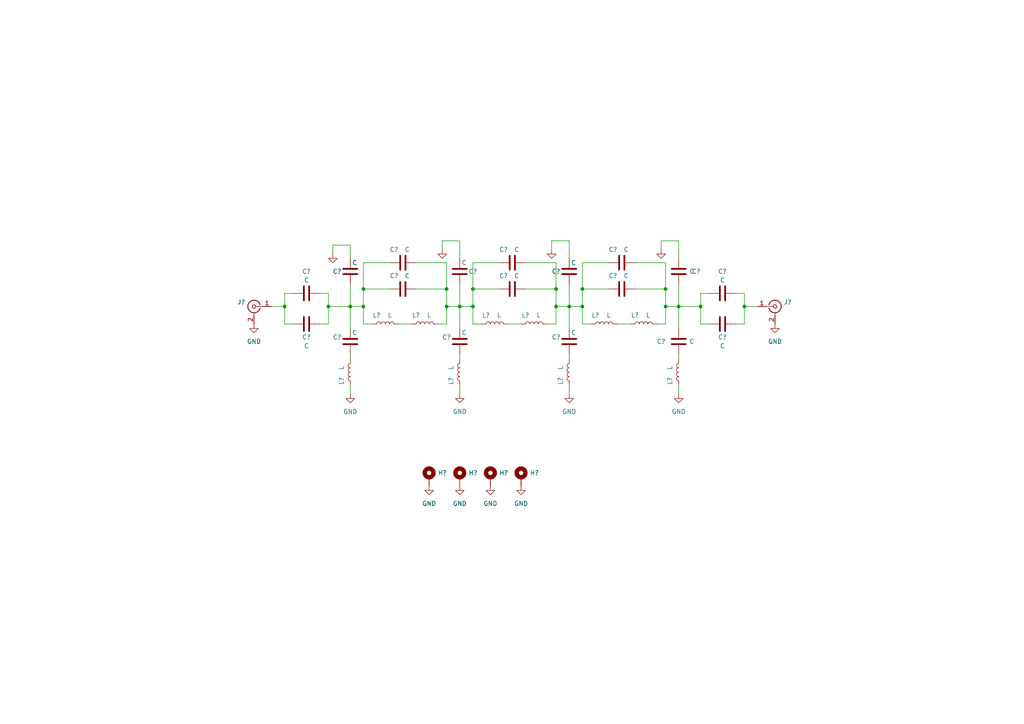
<source format=kicad_sch>
(kicad_sch (version 20230121) (generator eeschema)
  (paper "A4")
  (lib_symbols
    (symbol "Connector:Conn_Coaxial" (pin_names (offset 1.016) hide)
      (property "Reference" "J" (at 0.254 3.048 0))
      (property "Value" "Conn_Coaxial" (at 2.921 0 90))
      (symbol "Conn_Coaxial_0_1"
        (arc (start -1.778 -0.508) (mid 0.2311 -1.8066) (end 1.778 0) (stroke (width 0.254)))
        (polyline (pts (xy -2.54 0) (xy -0.508 0)))
        (polyline (pts (xy 0 -2.54) (xy 0 -1.778)))
        (circle (center 0 0) (radius 0.508) (stroke (width 0.2032)))
        (arc (start 1.778 0) (mid 0.2099 1.8101) (end -1.778 0.508) (stroke (width 0.254)))
      )
      (symbol "Conn_Coaxial_1_1"
        (pin passive line (at -5.08 0 0) (length 2.54) (name "In") (number "1"))
        (pin passive line (at 0 -5.08 90) (length 2.54) (name "Ext") (number "2"))
      )
    )
    (symbol "Device:C" (pin_numbers hide) (pin_names (offset 0.254))
      (property "Reference" "C" (at 0.635 2.54 0))
      (property "Value" "C" (at 0.635 -2.54 0))
      (symbol "C_0_1"
        (polyline (pts (xy -2.032 -0.762) (xy 2.032 -0.762)) (stroke (width 0.508)))
        (polyline (pts (xy -2.032 0.762) (xy 2.032 0.762)) (stroke (width 0.508)))
      )
      (symbol "C_1_1"
        (pin passive line (at 0 3.81 270) (length 2.794) (name "~") (number "1"))
        (pin passive line (at 0 -3.81 90) (length 2.794) (name "~") (number "2"))
      )
    )
    (symbol "Device:L" (pin_numbers hide) (pin_names (offset 1.016) hide)
      (property "Reference" "L" (at -1.27 0 90))
      (property "Value" "L" (at 1.905 0 90))
      (symbol "L_0_1"
        (arc (start 0 -2.54) (mid 0.6323 -1.905) (end 0 -1.27))
        (arc (start 0 -1.27) (mid 0.6323 -0.635) (end 0 0))
        (arc (start 0 0) (mid 0.6323 0.635) (end 0 1.27))
        (arc (start 0 1.27) (mid 0.6323 1.905) (end 0 2.54))
      )
      (symbol "L_1_1"
        (pin passive line (at 0 3.81 270) (length 1.27) (name "1") (number "1"))
        (pin passive line (at 0 -3.81 90) (length 1.27) (name "2") (number "2"))
      )
    )
    (symbol "Mechanical:MountingHole_Pad" (pin_numbers hide) (pin_names (offset 1.016) hide)
      (property "Reference" "H" (at 0 6.35 0))
      (property "Value" "MountingHole_Pad" (at 0 4.445 0))
      (symbol "MountingHole_Pad_0_1"
        (circle (center 0 1.27) (radius 1.27) (stroke (width 1.27)))
      )
      (symbol "MountingHole_Pad_1_1"
        (pin input line (at 0 -2.54 90) (length 2.54) (name "1") (number "1"))
      )
    )
    (symbol "power:GND" (power) (pin_names (offset 0))
      (property "Value" "GND" (at 0 -3.81 0))
      (symbol "GND_0_1"
        (polyline (pts (xy 0 0) (xy 0 -1.27) (xy 1.27 -1.27) (xy 0 -2.54) (xy -1.27 -1.27) (xy 0 -1.27)))
      )
      (symbol "GND_1_1"
        (pin power_in line (at 0 0 270) (length 0) hide (name "GND") (number "1"))
      )
    )
  )
  (junction (at 105.41 83.82))
  (junction (at 137.16 88.9))
  (junction (at 161.29 88.9))
  (junction (at 215.9 88.9))
  (junction (at 203.2 88.9))
  (junction (at 129.54 88.9))
  (junction (at 193.04 88.9))
  (junction (at 168.91 88.9))
  (junction (at 168.91 83.82))
  (junction (at 193.04 83.82))
  (junction (at 133.35 88.9))
  (junction (at 82.55 88.9))
  (junction (at 165.1 88.9))
  (junction (at 105.41 88.9))
  (junction (at 129.54 83.82))
  (junction (at 101.6 88.9))
  (junction (at 161.29 83.82))
  (junction (at 137.16 83.82))
  (junction (at 95.25 88.9))
  (junction (at 196.85 88.9))
  (wire (pts (xy 193.04 76.2) (xy 193.04 83.82)))
  (wire (pts (xy 96.52 71.12) (xy 96.52 73.66)))
  (wire (pts (xy 152.4 83.82) (xy 161.29 83.82)))
  (wire (pts (xy 161.29 88.9) (xy 165.1 88.9)))
  (wire (pts (xy 161.29 88.9) (xy 161.29 83.82)))
  (wire (pts (xy 129.54 88.9) (xy 129.54 83.82)))
  (wire (pts (xy 168.91 93.98) (xy 171.45 93.98)))
  (wire (pts (xy 196.85 111.76) (xy 196.85 114.3)))
  (wire (pts (xy 127 93.98) (xy 129.54 93.98)))
  (wire (pts (xy 176.53 76.2) (xy 168.91 76.2)))
  (wire (pts (xy 105.41 93.98) (xy 107.95 93.98)))
  (wire (pts (xy 95.25 93.98) (xy 92.71 93.98)))
  (wire (pts (xy 133.35 111.76) (xy 133.35 114.3)))
  (wire (pts (xy 115.57 93.98) (xy 119.38 93.98)))
  (wire (pts (xy 191.77 69.85) (xy 191.77 72.39)))
  (wire (pts (xy 168.91 83.82) (xy 168.91 88.9)))
  (wire (pts (xy 215.9 88.9) (xy 215.9 93.98)))
  (wire (pts (xy 95.25 88.9) (xy 95.25 93.98)))
  (wire (pts (xy 82.55 93.98) (xy 85.09 93.98)))
  (wire (pts (xy 196.85 88.9) (xy 196.85 95.25)))
  (wire (pts (xy 101.6 102.87) (xy 101.6 104.14)))
  (wire (pts (xy 133.35 88.9) (xy 137.16 88.9)))
  (wire (pts (xy 113.03 76.2) (xy 105.41 76.2)))
  (wire (pts (xy 168.91 76.2) (xy 168.91 83.82)))
  (wire (pts (xy 101.6 71.12) (xy 101.6 74.93)))
  (wire (pts (xy 137.16 76.2) (xy 137.16 83.82)))
  (wire (pts (xy 120.65 83.82) (xy 129.54 83.82)))
  (wire (pts (xy 137.16 93.98) (xy 139.7 93.98)))
  (wire (pts (xy 101.6 71.12) (xy 96.52 71.12)))
  (wire (pts (xy 205.74 85.09) (xy 203.2 85.09)))
  (wire (pts (xy 165.1 111.76) (xy 165.1 114.3)))
  (wire (pts (xy 133.35 69.85) (xy 128.27 69.85)))
  (wire (pts (xy 161.29 93.98) (xy 161.29 88.9)))
  (wire (pts (xy 193.04 88.9) (xy 193.04 83.82)))
  (wire (pts (xy 165.1 88.9) (xy 165.1 95.25)))
  (wire (pts (xy 82.55 85.09) (xy 82.55 88.9)))
  (wire (pts (xy 193.04 88.9) (xy 196.85 88.9)))
  (wire (pts (xy 105.41 76.2) (xy 105.41 83.82)))
  (wire (pts (xy 196.85 88.9) (xy 203.2 88.9)))
  (wire (pts (xy 190.5 93.98) (xy 193.04 93.98)))
  (wire (pts (xy 133.35 69.85) (xy 133.35 74.93)))
  (wire (pts (xy 101.6 111.76) (xy 101.6 114.3)))
  (wire (pts (xy 113.03 83.82) (xy 105.41 83.82)))
  (wire (pts (xy 128.27 69.85) (xy 128.27 72.39)))
  (wire (pts (xy 165.1 88.9) (xy 165.1 82.55)))
  (wire (pts (xy 129.54 93.98) (xy 129.54 88.9)))
  (wire (pts (xy 101.6 88.9) (xy 105.41 88.9)))
  (wire (pts (xy 147.32 93.98) (xy 151.13 93.98)))
  (wire (pts (xy 144.78 83.82) (xy 137.16 83.82)))
  (wire (pts (xy 215.9 93.98) (xy 213.36 93.98)))
  (wire (pts (xy 196.85 102.87) (xy 196.85 104.14)))
  (wire (pts (xy 144.78 76.2) (xy 137.16 76.2)))
  (wire (pts (xy 160.02 69.85) (xy 160.02 72.39)))
  (wire (pts (xy 137.16 83.82) (xy 137.16 88.9)))
  (wire (pts (xy 215.9 85.09) (xy 215.9 88.9)))
  (wire (pts (xy 203.2 88.9) (xy 203.2 93.98)))
  (wire (pts (xy 184.15 76.2) (xy 193.04 76.2)))
  (wire (pts (xy 105.41 83.82) (xy 105.41 88.9)))
  (wire (pts (xy 133.35 88.9) (xy 133.35 95.25)))
  (wire (pts (xy 165.1 88.9) (xy 168.91 88.9)))
  (wire (pts (xy 129.54 88.9) (xy 133.35 88.9)))
  (wire (pts (xy 133.35 102.87) (xy 133.35 104.14)))
  (wire (pts (xy 193.04 93.98) (xy 193.04 88.9)))
  (wire (pts (xy 215.9 88.9) (xy 219.71 88.9)))
  (wire (pts (xy 158.75 93.98) (xy 161.29 93.98)))
  (wire (pts (xy 101.6 88.9) (xy 95.25 88.9)))
  (wire (pts (xy 82.55 88.9) (xy 78.74 88.9)))
  (wire (pts (xy 120.65 76.2) (xy 129.54 76.2)))
  (wire (pts (xy 196.85 69.85) (xy 196.85 74.93)))
  (wire (pts (xy 184.15 83.82) (xy 193.04 83.82)))
  (wire (pts (xy 82.55 88.9) (xy 82.55 93.98)))
  (wire (pts (xy 105.41 88.9) (xy 105.41 93.98)))
  (wire (pts (xy 92.71 85.09) (xy 95.25 85.09)))
  (wire (pts (xy 165.1 102.87) (xy 165.1 104.14)))
  (wire (pts (xy 129.54 76.2) (xy 129.54 83.82)))
  (wire (pts (xy 137.16 88.9) (xy 137.16 93.98)))
  (wire (pts (xy 152.4 76.2) (xy 161.29 76.2)))
  (wire (pts (xy 168.91 88.9) (xy 168.91 93.98)))
  (wire (pts (xy 165.1 69.85) (xy 165.1 74.93)))
  (wire (pts (xy 133.35 88.9) (xy 133.35 82.55)))
  (wire (pts (xy 203.2 93.98) (xy 205.74 93.98)))
  (wire (pts (xy 101.6 88.9) (xy 101.6 95.25)))
  (wire (pts (xy 196.85 82.55) (xy 196.85 88.9)))
  (wire (pts (xy 179.07 93.98) (xy 182.88 93.98)))
  (wire (pts (xy 203.2 85.09) (xy 203.2 88.9)))
  (wire (pts (xy 176.53 83.82) (xy 168.91 83.82)))
  (wire (pts (xy 85.09 85.09) (xy 82.55 85.09)))
  (wire (pts (xy 101.6 88.9) (xy 101.6 82.55)))
  (wire (pts (xy 95.25 85.09) (xy 95.25 88.9)))
  (wire (pts (xy 213.36 85.09) (xy 215.9 85.09)))
  (wire (pts (xy 161.29 76.2) (xy 161.29 83.82)))
  (wire (pts (xy 165.1 69.85) (xy 160.02 69.85)))
  (wire (pts (xy 196.85 69.85) (xy 191.77 69.85)))
  (symbol (lib_id "power:GND") (at 128.27 72.39 0) (unit 1)
    (property "Reference" "#PWR?" (effects hide))
    (property "Value" "GND" (effects hide))
    (instances (project "ARX" (path "" (reference "#PWR?") (unit 1)) (path "" (reference "#PWR05") (unit 1))))
  )
  (symbol (lib_id "Device:C") (at 209.55 93.98 90) (mirror x) (unit 1)
    (property "Reference" "C?" (at 209.55 97.79 90))
    (property "Value" "C" (at 209.55 100.33 90))
    (property "Footprint" "LWA RF:C_0805_2012Metric_Pad1.27x1.45mm_HandSolder" (effects hide))
    (instances (project "ARX" (path "" (reference "C?") (unit 1)) (path "" (reference "C18") (unit 1))))
  )
  (symbol (lib_id "power:GND") (at 124.46 140.97 0) (unit 1)
    (property "Reference" "#PWR?" (effects hide))
    (property "Value" "GND" (at 124.46 146.05 0))
    (instances (project "ARX" (path "" (reference "#PWR?") (unit 1)) (path "" (reference "#PWR04") (unit 1))))
  )
  (symbol (lib_id "Device:L") (at 186.69 93.98 90) (unit 1)
    (property "Reference" "L?" (at 184.15 91.44 90))
    (property "Value" "L" (at 187.96 91.44 90))
    (property "Footprint" "LWA RF:1008CS_Handsolder" (effects hide))
    (instances (project "ARX" (path "" (reference "L?") (unit 1)) (path "" (reference "L9") (unit 1))))
  )
  (symbol (lib_id "power:GND") (at 133.35 140.97 0) (unit 1)
    (property "Reference" "#PWR?" (effects hide))
    (property "Value" "GND" (at 133.35 146.05 0))
    (instances (project "ARX" (path "" (reference "#PWR?") (unit 1)) (path "" (reference "#PWR07") (unit 1))))
  )
  (symbol (lib_id "Device:C") (at 116.84 76.2 90) (unit 1)
    (property "Reference" "C?" (at 114.3 72.39 90))
    (property "Value" "C" (at 118.11 72.39 90))
    (property "Footprint" "LWA RF:C_0805_2012Metric_Pad1.27x1.45mm_HandSolder" (effects hide))
    (instances (project "ARX" (path "" (reference "C?") (unit 1)) (path "" (reference "C5") (unit 1))))
  )
  (symbol (lib_id "Mechanical:MountingHole_Pad") (at 133.35 138.43 0) (unit 1)
    (property "Reference" "H?" (at 135.89 137.16 0) (effects (justify left)))
    (property "Value" "MountingHole_Pad" (effects hide))
    (property "Footprint" "MountingHole:MountingHole_3.2mm_M3_Pad_TopBottom" (effects hide))
    (instances (project "ARX" (path "" (reference "H?") (unit 1)) (path "" (reference "H2") (unit 1))))
  )
  (symbol (lib_id "power:GND") (at 191.77 72.39 0) (unit 1)
    (property "Reference" "#PWR?" (effects hide))
    (property "Value" "GND" (effects hide))
    (instances (project "ARX" (path "" (reference "#PWR?") (unit 1)) (path "" (reference "#PWR012") (unit 1))))
  )
  (symbol (lib_id "power:GND") (at 101.6 114.3 0) (unit 1)
    (property "Reference" "#PWR?" (effects hide))
    (property "Value" "GND" (at 101.6 119.38 0))
    (instances (project "ARX" (path "" (reference "#PWR?") (unit 1)) (path "" (reference "#PWR03") (unit 1))))
  )
  (symbol (lib_id "Device:L") (at 154.94 93.98 90) (unit 1)
    (property "Reference" "L?" (at 152.4 91.44 90))
    (property "Value" "L" (at 156.21 91.44 90))
    (property "Footprint" "LWA RF:1008CS_Handsolder" (effects hide))
    (instances (project "ARX" (path "" (reference "L?") (unit 1)) (path "" (reference "L6") (unit 1))))
  )
  (symbol (lib_id "Device:C") (at 148.59 83.82 90) (unit 1)
    (property "Reference" "C?" (at 146.05 80.01 90))
    (property "Value" "C" (at 149.86 80.01 90))
    (property "Footprint" "LWA RF:C_0805_2012Metric_Pad1.27x1.45mm_HandSolder" (effects hide))
    (instances (project "ARX" (path "" (reference "C?") (unit 1)) (path "" (reference "C10") (unit 1))))
  )
  (symbol (lib_id "Device:C") (at 209.55 85.09 90) (mirror x) (unit 1)
    (property "Reference" "C?" (at 209.55 78.74 90))
    (property "Value" "C" (at 209.55 81.28 90))
    (property "Footprint" "LWA RF:C_0805_2012Metric_Pad1.27x1.45mm_HandSolder" (effects hide))
    (instances (project "ARX" (path "" (reference "C?") (unit 1)) (path "" (reference "C17") (unit 1))))
  )
  (symbol (lib_id "Device:C") (at 180.34 76.2 90) (unit 1)
    (property "Reference" "C?" (at 177.8 72.39 90))
    (property "Value" "C" (at 181.61 72.39 90))
    (property "Footprint" "LWA RF:C_0805_2012Metric_Pad1.27x1.45mm_HandSolder" (effects hide))
    (instances (project "ARX" (path "" (reference "C?") (unit 1)) (path "" (reference "C13") (unit 1))))
  )
  (symbol (lib_id "Device:C") (at 101.6 78.74 0) (unit 1)
    (property "Reference" "C?" (at 97.79 78.74 0))
    (property "Value" "C" (at 102.87 76.2 0))
    (property "Footprint" "LWA RF:C_0805_2012Metric_Pad1.27x1.45mm_HandSolder" (effects hide))
    (instances (project "ARX" (path "" (reference "C?") (unit 1)) (path "" (reference "C3") (unit 1))))
  )
  (symbol (lib_id "Device:L") (at 175.26 93.98 90) (unit 1)
    (property "Reference" "L?" (at 172.72 91.44 90))
    (property "Value" "L" (at 176.53 91.44 90))
    (property "Footprint" "LWA RF:1008CS_Handsolder" (effects hide))
    (instances (project "ARX" (path "" (reference "L?") (unit 1)) (path "" (reference "L8") (unit 1))))
  )
  (symbol (lib_id "Device:C") (at 116.84 83.82 90) (unit 1)
    (property "Reference" "C?" (at 114.3 80.01 90))
    (property "Value" "C" (at 118.11 80.01 90))
    (property "Footprint" "LWA RF:C_0805_2012Metric_Pad1.27x1.45mm_HandSolder" (effects hide))
    (instances (project "ARX" (path "" (reference "C?") (unit 1)) (path "" (reference "C6") (unit 1))))
  )
  (symbol (lib_id "Device:L") (at 165.1 107.95 180) (unit 1)
    (property "Reference" "L?" (at 162.56 110.49 90))
    (property "Value" "L" (at 162.56 106.68 90))
    (property "Footprint" "LWA RF:1008CS_Handsolder" (effects hide))
    (instances (project "ARX" (path "" (reference "L?") (unit 1)) (path "" (reference "L7") (unit 1))))
  )
  (symbol (lib_id "power:GND") (at 142.24 140.97 0) (unit 1)
    (property "Reference" "#PWR?" (effects hide))
    (property "Value" "GND" (at 142.24 146.05 0))
    (instances (project "ARX" (path "" (reference "#PWR?") (unit 1)) (path "" (reference "#PWR08") (unit 1))))
  )
  (symbol (lib_id "Device:L") (at 196.85 107.95 180) (unit 1)
    (property "Reference" "L?" (at 194.31 110.49 90))
    (property "Value" "L" (at 194.31 106.68 90))
    (property "Footprint" "LWA RF:1008CS_Handsolder" (effects hide))
    (instances (project "ARX" (path "" (reference "L?") (unit 1)) (path "" (reference "L10") (unit 1))))
  )
  (symbol (lib_id "Device:L") (at 111.76 93.98 90) (unit 1)
    (property "Reference" "L?" (at 109.22 91.44 90))
    (property "Value" "L" (at 113.03 91.44 90))
    (property "Footprint" "LWA RF:1008CS_Handsolder" (effects hide))
    (instances (project "ARX" (path "" (reference "L?") (unit 1)) (path "" (reference "L2") (unit 1))))
  )
  (symbol (lib_id "Connector:Conn_Coaxial") (at 224.79 88.9 0) (unit 1)
    (property "Reference" "J?" (at 227.33 87.63 0) (effects (justify left)))
    (property "Value" "Conn_Coaxial" (effects hide))
    (property "Footprint" "LWA RF:LINX_SMA_EL" (effects hide))
    (property "Datasheet" "https://www.te.com/commerce/DocumentDelivery/DDEController?Action=showdoc&DocId=Customer+Drawing%7FC-CONSMA020.062-G%7FA%7Fpdf%7FEnglish%7FENG_CD_C-CONSMA020.062-G_A.pdf%7FL9000279-01" (effects hide))
    (instances (project "ARX" (path "" (reference "J?") (unit 1)) (path "" (reference "J2") (unit 1))))
  )
  (symbol (lib_id "power:GND") (at 224.79 93.98 0) (unit 1)
    (property "Reference" "#PWR?" (effects hide))
    (property "Value" "GND" (at 224.79 99.06 0))
    (instances (project "ARX" (path "" (reference "#PWR?") (unit 1)) (path "" (reference "#PWR014") (unit 1))))
  )
  (symbol (lib_id "Device:C") (at 196.85 99.06 180) (unit 1)
    (property "Reference" "C?" (at 191.77 99.06 0))
    (property "Value" "C" (at 200.66 99.06 0))
    (property "Footprint" "LWA RF:C_0805_2012Metric_Pad1.27x1.45mm_HandSolder" (effects hide))
    (instances (project "ARX" (path "" (reference "C?") (unit 1)) (path "" (reference "C16") (unit 1))))
  )
  (symbol (lib_id "power:GND") (at 73.66 93.98 0) (mirror y) (unit 1)
    (property "Reference" "#PWR?" (effects hide))
    (property "Value" "GND" (at 73.66 99.06 0))
    (instances (project "ARX" (path "" (reference "#PWR?") (unit 1)) (path "" (reference "#PWR01") (unit 1))))
  )
  (symbol (lib_id "power:GND") (at 151.13 140.97 0) (unit 1)
    (property "Reference" "#PWR?" (effects hide))
    (property "Value" "GND" (at 151.13 146.05 0))
    (instances (project "ARX" (path "" (reference "#PWR?") (unit 1)) (path "" (reference "#PWR09") (unit 1))))
  )
  (symbol (lib_id "Device:C") (at 180.34 83.82 90) (unit 1)
    (property "Reference" "C?" (at 177.8 80.01 90))
    (property "Value" "C" (at 181.61 80.01 90))
    (property "Footprint" "LWA RF:C_0805_2012Metric_Pad1.27x1.45mm_HandSolder" (effects hide))
    (instances (project "ARX" (path "" (reference "C?") (unit 1)) (path "" (reference "C14") (unit 1))))
  )
  (symbol (lib_id "Device:L") (at 133.35 107.95 180) (unit 1)
    (property "Reference" "L?" (at 130.81 110.49 90))
    (property "Value" "L" (at 130.81 106.68 90))
    (property "Footprint" "LWA RF:1008CS_Handsolder" (effects hide))
    (instances (project "ARX" (path "" (reference "L?") (unit 1)) (path "" (reference "L4") (unit 1))))
  )
  (symbol (lib_id "Mechanical:MountingHole_Pad") (at 151.13 138.43 0) (unit 1)
    (property "Reference" "H?" (at 153.67 137.16 0) (effects (justify left)))
    (property "Value" "MountingHole_Pad" (effects hide))
    (property "Footprint" "MountingHole:MountingHole_3.2mm_M3_Pad_TopBottom" (effects hide))
    (instances (project "ARX" (path "" (reference "H?") (unit 1)) (path "" (reference "H4") (unit 1))))
  )
  (symbol (lib_id "Device:C") (at 133.35 78.74 0) (unit 1)
    (property "Reference" "C?" (at 137.16 78.74 0))
    (property "Value" "C" (at 134.62 76.2 0))
    (property "Footprint" "LWA RF:C_0805_2012Metric_Pad1.27x1.45mm_HandSolder" (effects hide))
    (instances (project "ARX" (path "" (reference "C?") (unit 1)) (path "" (reference "C7") (unit 1))))
  )
  (symbol (lib_id "power:GND") (at 96.52 73.66 0) (unit 1)
    (property "Reference" "#PWR?" (effects hide))
    (property "Value" "GND" (effects hide))
    (instances (project "ARX" (path "" (reference "#PWR?") (unit 1)) (path "" (reference "#PWR02") (unit 1))))
  )
  (symbol (lib_id "Device:C") (at 148.59 76.2 90) (unit 1)
    (property "Reference" "C?" (at 146.05 72.39 90))
    (property "Value" "C" (at 149.86 72.39 90))
    (property "Footprint" "LWA RF:C_0805_2012Metric_Pad1.27x1.45mm_HandSolder" (effects hide))
    (instances (project "ARX" (path "" (reference "C?") (unit 1)) (path "" (reference "C9") (unit 1))))
  )
  (symbol (lib_id "Mechanical:MountingHole_Pad") (at 124.46 138.43 0) (unit 1)
    (property "Reference" "H?" (at 127 137.16 0) (effects (justify left)))
    (property "Value" "MountingHole_Pad" (effects hide))
    (property "Footprint" "MountingHole:MountingHole_3.2mm_M3_Pad_TopBottom" (effects hide))
    (instances (project "ARX" (path "" (reference "H?") (unit 1)) (path "" (reference "H1") (unit 1))))
  )
  (symbol (lib_id "Device:C") (at 196.85 78.74 0) (unit 1)
    (property "Reference" "C?" (at 201.93 78.74 0))
    (property "Value" "C" (at 200.66 78.74 0))
    (property "Footprint" "LWA RF:C_0805_2012Metric_Pad1.27x1.45mm_HandSolder" (effects hide))
    (instances (project "ARX" (path "" (reference "C?") (unit 1)) (path "" (reference "C15") (unit 1))))
  )
  (symbol (lib_id "power:GND") (at 160.02 72.39 0) (unit 1)
    (property "Reference" "#PWR?" (effects hide))
    (property "Value" "GND" (effects hide))
    (instances (project "ARX" (path "" (reference "#PWR?") (unit 1)) (path "" (reference "#PWR010") (unit 1))))
  )
  (symbol (lib_id "power:GND") (at 133.35 114.3 0) (unit 1)
    (property "Reference" "#PWR?" (effects hide))
    (property "Value" "GND" (at 133.35 119.38 0))
    (instances (project "ARX" (path "" (reference "#PWR?") (unit 1)) (path "" (reference "#PWR06") (unit 1))))
  )
  (symbol (lib_id "Device:L") (at 101.6 107.95 180) (unit 1)
    (property "Reference" "L?" (at 99.06 110.49 90))
    (property "Value" "L" (at 99.06 106.68 90))
    (property "Footprint" "LWA RF:1008CS_Handsolder" (effects hide))
    (instances (project "ARX" (path "" (reference "L?") (unit 1)) (path "" (reference "L1") (unit 1))))
  )
  (symbol (lib_id "Device:L") (at 143.51 93.98 90) (unit 1)
    (property "Reference" "L?" (at 140.97 91.44 90))
    (property "Value" "L" (at 144.78 91.44 90))
    (property "Footprint" "LWA RF:1008CS_Handsolder" (effects hide))
    (instances (project "ARX" (path "" (reference "L?") (unit 1)) (path "" (reference "L5") (unit 1))))
  )
  (symbol (lib_id "Device:C") (at 88.9 93.98 270) (unit 1)
    (property "Reference" "C?" (at 88.9 97.79 90))
    (property "Value" "C" (at 88.9 100.33 90))
    (property "Footprint" "LWA RF:C_0805_2012Metric_Pad1.27x1.45mm_HandSolder" (effects hide))
    (instances (project "ARX" (path "" (reference "C?") (unit 1)) (path "" (reference "C2") (unit 1))))
  )
  (symbol (lib_id "Device:C") (at 88.9 85.09 270) (unit 1)
    (property "Reference" "C?" (at 88.9 78.74 90))
    (property "Value" "C" (at 88.9 81.28 90))
    (property "Footprint" "LWA RF:C_0805_2012Metric_Pad1.27x1.45mm_HandSolder" (effects hide))
    (instances (project "ARX" (path "" (reference "C?") (unit 1)) (path "" (reference "C1") (unit 1))))
  )
  (symbol (lib_id "Device:C") (at 165.1 99.06 180) (unit 1)
    (property "Reference" "C?" (at 161.29 97.79 0))
    (property "Value" "C" (at 166.37 96.52 0))
    (property "Footprint" "LWA RF:C_0805_2012Metric_Pad1.27x1.45mm_HandSolder" (effects hide))
    (instances (project "ARX" (path "" (reference "C?") (unit 1)) (path "" (reference "C12") (unit 1))))
  )
  (symbol (lib_id "power:GND") (at 196.85 114.3 0) (unit 1)
    (property "Reference" "#PWR?" (effects hide))
    (property "Value" "GND" (at 196.85 119.38 0))
    (instances (project "ARX" (path "" (reference "#PWR?") (unit 1)) (path "" (reference "#PWR013") (unit 1))))
  )
  (symbol (lib_id "Device:C") (at 101.6 99.06 180) (unit 1)
    (property "Reference" "C?" (at 97.79 97.79 0))
    (property "Value" "C" (at 102.87 96.52 0))
    (property "Footprint" "LWA RF:C_0805_2012Metric_Pad1.27x1.45mm_HandSolder" (effects hide))
    (instances (project "ARX" (path "" (reference "C?") (unit 1)) (path "" (reference "C4") (unit 1))))
  )
  (symbol (lib_id "Device:C") (at 133.35 99.06 180) (unit 1)
    (property "Reference" "C?" (at 129.54 97.79 0))
    (property "Value" "C" (at 134.62 96.52 0))
    (property "Footprint" "LWA RF:C_0805_2012Metric_Pad1.27x1.45mm_HandSolder" (effects hide))
    (instances (project "ARX" (path "" (reference "C?") (unit 1)) (path "" (reference "C8") (unit 1))))
  )
  (symbol (lib_id "Connector:Conn_Coaxial") (at 73.66 88.9 0) (mirror y) (unit 1)
    (property "Reference" "J?" (at 71.12 87.63 0) (effects (justify left)))
    (property "Value" "Conn_Coaxial" (effects hide))
    (property "Footprint" "LWA RF:LINX_SMA_EL" (effects hide))
    (property "Datasheet" "https://www.te.com/commerce/DocumentDelivery/DDEController?Action=showdoc&DocId=Customer+Drawing%7FC-CONSMA020.062-G%7FA%7Fpdf%7FEnglish%7FENG_CD_C-CONSMA020.062-G_A.pdf%7FL9000279-01" (effects hide))
    (instances (project "ARX" (path "" (reference "J?") (unit 1)) (path "" (reference "J1") (unit 1))))
  )
  (symbol (lib_id "Mechanical:MountingHole_Pad") (at 142.24 138.43 0) (unit 1)
    (property "Reference" "H?" (at 144.78 137.16 0) (effects (justify left)))
    (property "Value" "MountingHole_Pad" (effects hide))
    (property "Footprint" "MountingHole:MountingHole_3.2mm_M3_Pad_TopBottom" (effects hide))
    (instances (project "ARX" (path "" (reference "H?") (unit 1)) (path "" (reference "H3") (unit 1))))
  )
  (symbol (lib_id "Device:L") (at 123.19 93.98 90) (unit 1)
    (property "Reference" "L?" (at 120.65 91.44 90))
    (property "Value" "L" (at 124.46 91.44 90))
    (property "Footprint" "LWA RF:1008CS_Handsolder" (effects hide))
    (instances (project "ARX" (path "" (reference "L?") (unit 1)) (path "" (reference "L3") (unit 1))))
  )
  (symbol (lib_id "Device:C") (at 165.1 78.74 0) (unit 1)
    (property "Reference" "C?" (at 161.29 78.74 0))
    (property "Value" "C" (at 166.37 76.2 0))
    (property "Footprint" "LWA RF:C_0805_2012Metric_Pad1.27x1.45mm_HandSolder" (effects hide))
    (instances (project "ARX" (path "" (reference "C?") (unit 1)) (path "" (reference "C11") (unit 1))))
  )
  (symbol (lib_id "power:GND") (at 165.1 114.3 0) (unit 1)
    (property "Reference" "#PWR?" (effects hide))
    (property "Value" "GND" (at 165.1 119.38 0))
    (instances (project "ARX" (path "" (reference "#PWR?") (unit 1)) (path "" (reference "#PWR011") (unit 1))))
  )
)
</source>
